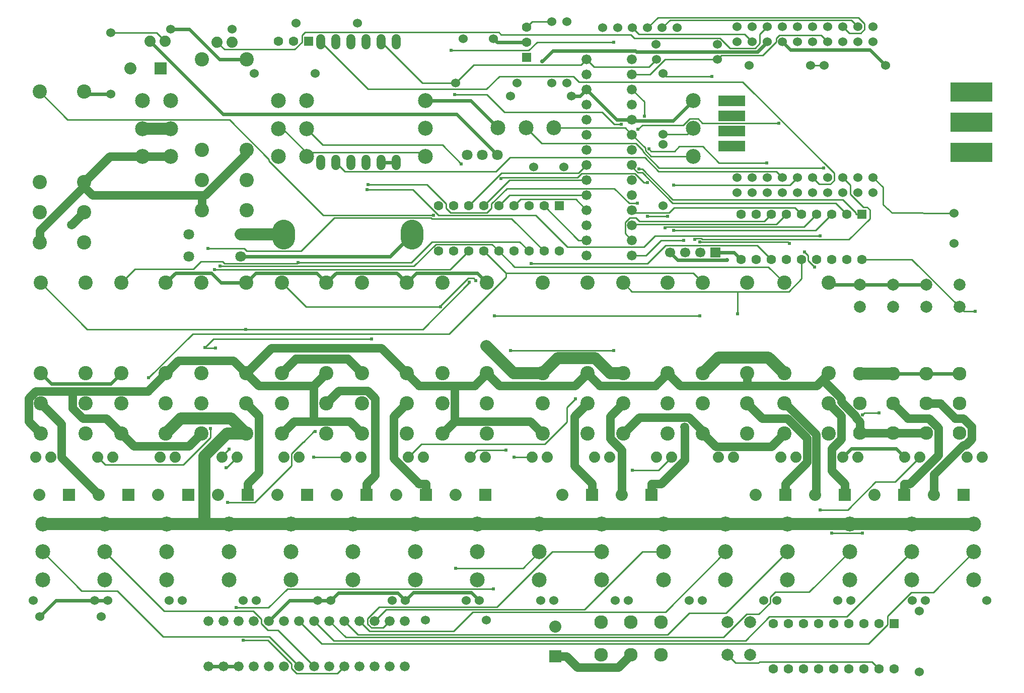
<source format=gtl>
G04 Layer: TopLayer*
G04 EasyEDA v6.5.9, 2022-07-24 10:15:09*
G04 fe253c73351744798c961b15868a372a,02f1792b0bbe455e88b475f65b551f11,10*
G04 Gerber Generator version 0.2*
G04 Scale: 100 percent, Rotated: No, Reflected: No *
G04 Dimensions in millimeters *
G04 leading zeros omitted , absolute positions ,4 integer and 5 decimal *
%FSLAX45Y45*%
%MOMM*%

%ADD10C,0.6000*%
%ADD11C,0.2540*%
%ADD12C,1.4000*%
%ADD13C,2.0000*%
%ADD14C,1.5000*%
%ADD15C,1.5240*%
%ADD16C,2.0320*%
%ADD17C,1.8000*%
%ADD18C,2.3000*%
%ADD19C,2.4000*%
%ADD20C,1.7000*%
%ADD21C,2.5000*%
%ADD22C,1.6000*%
%ADD23R,1.6000X1.6000*%
%ADD24C,1.8796*%
%ADD25C,1.6764*%
%ADD26C,0.6100*%
%ADD27C,1.5000*%
%ADD28C,0.7000*%
%ADD29C,3.8000*%
%ADD30C,0.0111*%

%LPD*%
D10*
X12118593Y-4118610D02*
G01*
X11999975Y-3999992D01*
X11811228Y-3999992D01*
X7842427Y-4512335D02*
G01*
X7677048Y-4346955D01*
X6657035Y-4346955D01*
X6491655Y-4512335D01*
X10281005Y-1764995D02*
G01*
X10297922Y-1781911D01*
X10970285Y-1781911D01*
X11310010Y-1442186D01*
X2439085Y-4512335D02*
G01*
X2604465Y-4346955D01*
X3207867Y-4346955D01*
X3373247Y-4512335D01*
X3789857Y-4512335D01*
X8030006Y-1902205D02*
G01*
X7569987Y-1442186D01*
X6810019Y-1442186D01*
X15230017Y-6042329D02*
G01*
X15788817Y-6042329D01*
X14671217Y-6042329D02*
G01*
X15230017Y-6042329D01*
X14671217Y-4542332D02*
G01*
X15230017Y-4542332D01*
X14112417Y-4542332D02*
G01*
X14671217Y-4542332D01*
X13591717Y-4512335D02*
G01*
X13621715Y-4542332D01*
X14112417Y-4542332D01*
X5140883Y-4512335D02*
G01*
X5306263Y-4346955D01*
X6326276Y-4346955D01*
X6491655Y-4512335D01*
X3789857Y-4512335D02*
G01*
X3955237Y-4346955D01*
X4975504Y-4346955D01*
X5140883Y-4512335D01*
X338302Y-6036335D02*
G01*
X512927Y-6210960D01*
X1514449Y-6210960D01*
X1689074Y-6036335D01*
X14869007Y-7449997D02*
G01*
X14720646Y-7301636D01*
X13973352Y-7301636D01*
X13824991Y-7449997D01*
X3800017Y-753135D02*
G01*
X3341192Y-753135D01*
X2833192Y-245135D01*
X2523007Y-245135D01*
X14545030Y-854989D02*
G01*
X14283385Y-593344D01*
X12948945Y-593344D01*
X12812598Y-456996D01*
X6312001Y-2485999D02*
G01*
X6058001Y-2485999D01*
X11681002Y-3999992D02*
G01*
X11811228Y-3999992D01*
X1515414Y-1332356D02*
G01*
X1107160Y-1332356D01*
X1068298Y-1293495D01*
X7714995Y-9860000D02*
G01*
X7580299Y-9725304D01*
X6599681Y-9725304D01*
X6464985Y-9860000D01*
X6464985Y-9860000D02*
G01*
X6341846Y-9736861D01*
X5338140Y-9736861D01*
X5215000Y-9860000D01*
X4995011Y-9860000D02*
G01*
X5215000Y-9860000D01*
X4174997Y-10208996D02*
G01*
X4523993Y-9860000D01*
X4995011Y-9860000D01*
X324993Y-10130002D02*
G01*
X594995Y-9860000D01*
X1245006Y-9860000D01*
X1245006Y-9860000D02*
G01*
X1464995Y-9860000D01*
X8510015Y-459994D02*
G01*
X8014004Y-459994D01*
X7954009Y-399999D01*
X9519005Y-1256995D02*
G01*
X10027005Y-1764995D01*
X10281005Y-1764995D01*
X9519005Y-1256995D02*
G01*
X9406000Y-1369999D01*
X9265005Y-1369999D01*
X3412997Y-10970996D02*
G01*
X3158997Y-10970996D01*
X3666997Y-10970996D02*
G01*
X3412997Y-10970996D01*
D11*
X5444997Y-10970996D02*
G01*
X5327573Y-11088420D01*
X4637328Y-11088420D01*
X4555997Y-11007089D01*
X4555997Y-10928045D01*
X4156506Y-10528554D01*
X3744340Y-10528554D01*
X3099993Y-5599988D02*
G01*
X3112719Y-5612714D01*
X3277387Y-5612714D01*
X5900013Y-5460009D02*
G01*
X3239968Y-5460009D01*
X3099991Y-5599986D01*
X8970009Y-1902205D02*
G01*
X8970390Y-1902587D01*
X10164597Y-1902587D01*
X10281005Y-2018995D01*
X10281005Y-2018995D02*
G01*
X10503585Y-2241575D01*
X10503585Y-2283866D01*
X10601909Y-2382189D01*
X11310010Y-2382189D01*
X7314996Y-1150010D02*
G01*
X6754012Y-1150010D01*
X6058001Y-453999D01*
X10800003Y-984986D02*
G01*
X10853318Y-1038301D01*
X11620703Y-1038301D01*
X7314996Y-1150010D02*
G01*
X7617713Y-847293D01*
X9420707Y-847293D01*
X9519005Y-748995D01*
X4806162Y-2320823D02*
G01*
X4402531Y-1917192D01*
X4331157Y-1917192D01*
X4806162Y-2387193D02*
G01*
X4806162Y-2320823D01*
X4806162Y-2320823D02*
G01*
X6748652Y-2320823D01*
X6810019Y-2382189D01*
X10689107Y-753135D02*
G01*
X10566247Y-875995D01*
X9646005Y-875995D01*
X9519005Y-748995D01*
X13828598Y-2742996D02*
G01*
X13955598Y-2869996D01*
X13955598Y-3018485D01*
X14173479Y-3236366D01*
X14231747Y-3236366D01*
X14281378Y-3285997D01*
X14281378Y-3434308D01*
X13930579Y-3785107D01*
X11465433Y-3785107D01*
X11443893Y-3763568D01*
X11357102Y-3763568D01*
X11335562Y-3785107D01*
D12*
X1068298Y-3325495D02*
G01*
X857732Y-3536061D01*
X857707Y-3536061D01*
D11*
X16050082Y-4991455D02*
G01*
X15862934Y-4991455D01*
X15788817Y-4917338D01*
X14150593Y-4118610D02*
G01*
X14990089Y-4118610D01*
X15788817Y-4917338D01*
X12052934Y-5032019D02*
G01*
X12052934Y-4663262D01*
X12052934Y-4663262D02*
G01*
X12918008Y-4663262D01*
X13134593Y-4446676D01*
X13134593Y-4118610D01*
X10130764Y-4512335D02*
G01*
X10281691Y-4663262D01*
X12052934Y-4663262D01*
X8583701Y-4186199D02*
G01*
X10539349Y-4186199D01*
X10844834Y-3880713D01*
X12388697Y-3880713D01*
X12626593Y-4118610D01*
X7969910Y-5069027D02*
G01*
X11422176Y-5069027D01*
X8605037Y-7449997D02*
G01*
X8298891Y-7449997D01*
X7657439Y-4474540D02*
G01*
X7619517Y-4436618D01*
X7523657Y-4436618D01*
X7060133Y-4900142D01*
X7060133Y-4918049D01*
X7561021Y-7449997D02*
G01*
X7683093Y-7327925D01*
X8159572Y-7327925D01*
X7060133Y-4918049D02*
G01*
X4796586Y-4918049D01*
X4390872Y-4512335D01*
X3149269Y-3934307D02*
G01*
X3755237Y-3934307D01*
X3799560Y-3978630D01*
X4713859Y-3978630D01*
X5270525Y-3421964D01*
X6903847Y-3421964D01*
X6915861Y-3433978D01*
X8255000Y-3433978D01*
X8802014Y-3980992D01*
X9329013Y-6468465D02*
G01*
X9190329Y-6607149D01*
X9190329Y-6856526D01*
X8816822Y-7230033D01*
X6736994Y-7230033D01*
X6517030Y-7449997D01*
X3782695Y-5295544D02*
G01*
X6765493Y-5295544D01*
X7546644Y-4514392D01*
X7546644Y-4501921D01*
X338302Y-4512335D02*
G01*
X1121511Y-5295544D01*
X3782695Y-5295544D01*
X8040014Y-3980992D02*
G01*
X8303793Y-4244771D01*
X12574143Y-4244771D01*
X12841706Y-4512335D01*
X8040014Y-3980992D02*
G01*
X7922895Y-3863873D01*
X6982333Y-3863873D01*
X6615938Y-4230268D01*
X3353104Y-4230268D01*
X3508044Y-7310170D02*
G01*
X3385007Y-7433208D01*
X3385007Y-7449997D01*
X8158378Y-4353356D02*
G01*
X11311127Y-4353356D01*
X11470106Y-4512335D01*
X7786014Y-3980992D02*
G01*
X8158378Y-4353356D01*
X7532014Y-3980992D02*
G01*
X7224140Y-4288866D01*
X3257041Y-4288866D01*
X1297000Y-7449997D02*
G01*
X1423365Y-7576362D01*
X2730525Y-7576362D01*
X3190747Y-7116140D01*
X3190747Y-6967016D01*
X14042669Y-3356610D02*
G01*
X14042669Y-3329635D01*
X13823340Y-3110306D01*
X10964087Y-3110306D01*
X10451998Y-2598216D01*
X10400588Y-2598216D01*
X14150593Y-3356610D02*
G01*
X14042669Y-3356610D01*
X8722334Y-9040012D02*
G01*
X8446973Y-9315373D01*
X7317384Y-9315373D01*
X10947018Y-7449997D02*
G01*
X10727664Y-7669352D01*
X10284409Y-7669352D01*
D10*
X12558598Y-456996D02*
G01*
X12394006Y-621588D01*
X10352735Y-621588D01*
X10339959Y-608812D01*
X8946286Y-608812D01*
X8770874Y-784225D01*
X2174417Y-448335D02*
G01*
X3403269Y-1677187D01*
X7331202Y-1677187D01*
X8014004Y-2359990D01*
D11*
X15123007Y-7449997D02*
G01*
X14706066Y-7866938D01*
X14377720Y-7866938D01*
X13908227Y-8336432D01*
X13446099Y-8336432D01*
X3639007Y-7449997D02*
G01*
X3462020Y-7626985D01*
X3452088Y-7626985D01*
X6940118Y-3375405D02*
G01*
X5092115Y-3375405D01*
X4178071Y-2461361D01*
X4178071Y-2432837D01*
X3509365Y-1764131D01*
X788923Y-1764131D01*
X318287Y-1293495D01*
X13637945Y-8723096D02*
G01*
X14157274Y-8723096D01*
X13178256Y-3992067D02*
G01*
X13242696Y-4056506D01*
X13242696Y-4138853D01*
X13350875Y-4247032D01*
X3621709Y-9980549D02*
G01*
X4168800Y-9980549D01*
X4486224Y-9663125D01*
X7954238Y-9663125D01*
X10489793Y-1706041D02*
G01*
X10489793Y-1465783D01*
X10281005Y-1256995D01*
X13896593Y-3356610D02*
G01*
X13708481Y-3168497D01*
X10964621Y-3168497D01*
X10452912Y-2656789D01*
X10376331Y-2656789D01*
X10281005Y-2561462D01*
X10281005Y-2526995D01*
X8548014Y-3980992D02*
G01*
X8390102Y-3823080D01*
X6916242Y-3823080D01*
X6569862Y-4169460D01*
X4668900Y-4169460D01*
X5473014Y-7449997D02*
G01*
X4930470Y-7449997D01*
X4668900Y-4169460D02*
G01*
X4648860Y-4189501D01*
X3430143Y-4189501D01*
X3396564Y-4155922D01*
X3027222Y-4155922D01*
X2903626Y-4279519D01*
X1921890Y-4279519D01*
X1689074Y-4512335D01*
X4806162Y-1917192D02*
G01*
X5083429Y-2194458D01*
X7093559Y-2194458D01*
X7408341Y-2509240D01*
X10540593Y-2827324D02*
G01*
X10485602Y-2827324D01*
X10327360Y-2669082D01*
X9434601Y-2669082D01*
X9363481Y-2740202D01*
X8097748Y-2740202D01*
X8078444Y-2759506D01*
X10562158Y-2259609D02*
G01*
X10603484Y-2300935D01*
X10993932Y-2300935D01*
X11077346Y-2217521D01*
X11470233Y-2217521D01*
X11747118Y-2494406D01*
X12551130Y-2494406D01*
X12812598Y-2742996D02*
G01*
X12707416Y-2637815D01*
X10727969Y-2637815D01*
X10496270Y-2406116D01*
X8227136Y-2406116D01*
X7991779Y-2641472D01*
X5451475Y-2641472D01*
X5296001Y-2485999D01*
X10379329Y-1931847D02*
G01*
X10452023Y-1859153D01*
X11142522Y-1859153D01*
X11250472Y-1751203D01*
X11392204Y-1751203D01*
X11463096Y-1822094D01*
X12752628Y-1822094D01*
X7294219Y-1339595D02*
G01*
X7837601Y-1339595D01*
X8136000Y-1637995D01*
X9775494Y-1637995D01*
X9981514Y-1844014D01*
X10098735Y-1844014D01*
X13320598Y-2742996D02*
G01*
X13431570Y-2853969D01*
X13612291Y-2853969D01*
X13678890Y-2787370D01*
X13678890Y-2664663D01*
X12144222Y-1129995D01*
X9390634Y-1129995D01*
X9298965Y-1038326D01*
X8047761Y-1038326D01*
X7831785Y-1254302D01*
X5842304Y-1254302D01*
X5042001Y-453999D01*
D10*
X11874754Y-4130497D02*
G01*
X11049508Y-4130497D01*
X10919002Y-3999992D01*
X3700424Y-4067327D02*
G01*
X6212154Y-4067327D01*
X6579488Y-3699992D01*
D11*
X13515009Y-854989D02*
G01*
X13285012Y-854989D01*
X8500008Y-1902205D02*
G01*
X8758834Y-2161031D01*
X10344327Y-2161031D01*
X10462818Y-2279522D01*
X10462818Y-2300757D01*
X10738535Y-2576474D01*
X13501370Y-2576474D01*
X10800003Y-2015007D02*
G01*
X11207191Y-2015007D01*
X11310010Y-1912188D01*
D12*
X10610189Y-8079994D02*
G01*
X10610189Y-7893177D01*
X11170793Y-6937400D02*
G01*
X11170793Y-7496047D01*
X10773663Y-7893177D01*
X10610189Y-7893177D01*
X10130764Y-6544335D02*
G01*
X9913340Y-6761759D01*
X9913340Y-7136460D01*
X10109809Y-7332929D01*
X10109809Y-8079994D01*
X9610191Y-8079994D02*
G01*
X9610191Y-7893177D01*
X9530003Y-6544335D02*
G01*
X9311386Y-6762953D01*
X9311386Y-7594371D01*
X9610191Y-7893177D01*
D13*
X2522347Y-1917192D02*
G01*
X2047341Y-1917192D01*
D12*
X13484783Y-6143269D02*
G01*
X13797102Y-6455613D01*
X13797102Y-6520179D01*
X14042847Y-6765925D01*
X14042847Y-6783196D01*
X14112417Y-6852767D01*
X14112417Y-7042327D01*
X1068298Y-2899333D02*
G01*
X1053896Y-2899333D01*
X318287Y-3634943D01*
X318287Y-3833495D01*
X2439085Y-6036335D02*
G01*
X2652699Y-5822721D01*
X3576243Y-5822721D01*
X3789857Y-6036335D01*
X9530003Y-6036335D02*
G01*
X9324619Y-6241719D01*
X8047812Y-6241719D01*
X7842427Y-6036335D01*
X6491655Y-6036335D02*
G01*
X6697040Y-6241719D01*
X7300340Y-6241719D01*
X14671217Y-7042327D02*
G01*
X15230017Y-7042327D01*
X14112417Y-7042327D02*
G01*
X14671217Y-7042327D01*
X13484783Y-6143269D02*
G01*
X13385342Y-6242710D01*
X12220117Y-6242710D01*
X13591717Y-6036335D02*
G01*
X13484783Y-6143269D01*
X11470106Y-7052335D02*
G01*
X11470106Y-7009866D01*
X11237264Y-6777024D01*
X10406075Y-6777024D01*
X10130764Y-7052335D01*
X9530003Y-6036335D02*
G01*
X9735388Y-6241719D01*
X10675391Y-6241719D01*
X10880775Y-6036335D01*
X7300340Y-6241719D02*
G01*
X7637043Y-6241719D01*
X7842427Y-6036335D01*
X7300340Y-6844411D02*
G01*
X7300340Y-6241719D01*
X7092416Y-7052335D02*
G01*
X7300340Y-6844411D01*
X7300340Y-6844411D02*
G01*
X8572068Y-6844411D01*
X8779992Y-7052335D01*
X872921Y-6337630D02*
G01*
X253542Y-6337630D01*
X132892Y-6458280D01*
X132892Y-6846925D01*
X338302Y-7052335D01*
X2439085Y-6036335D02*
G01*
X2137790Y-6337630D01*
X872921Y-6337630D01*
X872921Y-6337630D02*
G01*
X872921Y-6622948D01*
X1048308Y-6798335D01*
X1435074Y-6798335D01*
X1689074Y-7052335D01*
X4928514Y-6845960D02*
G01*
X5535269Y-6845960D01*
X5741644Y-7052335D01*
X4390872Y-7052335D02*
G01*
X4597247Y-6845960D01*
X4928514Y-6845960D01*
X4928514Y-6248704D02*
G01*
X4928514Y-6845960D01*
X4928514Y-6248704D02*
G01*
X5140883Y-6036335D01*
X3789857Y-6036335D02*
G01*
X4002227Y-6248704D01*
X4928514Y-6248704D01*
X3039846Y-7052335D02*
G01*
X2828010Y-7264171D01*
X1900910Y-7264171D01*
X1689074Y-7052335D01*
X12220117Y-6242710D02*
G01*
X11087150Y-6242710D01*
X10880775Y-6036335D01*
X12220117Y-6036335D02*
G01*
X12220117Y-6242710D01*
X12841706Y-7052335D02*
G01*
X12623418Y-7270622D01*
X11688394Y-7270622D01*
X11470106Y-7052335D01*
X3050006Y-3039135D02*
G01*
X1208100Y-3039135D01*
X1068298Y-2899333D01*
X3800017Y-2277135D02*
G01*
X3800017Y-2336012D01*
X3096895Y-3039135D01*
X3050006Y-3039135D01*
X3050006Y-3039135D02*
G01*
X3050006Y-3293135D01*
X1068298Y-2817495D02*
G01*
X1068298Y-2899333D01*
X2047341Y-2387193D02*
G01*
X1498600Y-2387193D01*
X1068298Y-2817495D01*
X2522347Y-2387193D02*
G01*
X2047341Y-2387193D01*
D11*
X14158722Y-6735216D02*
G01*
X14193697Y-6700240D01*
X14434032Y-6700240D01*
X10281005Y-4050995D02*
G01*
X10519435Y-4050995D01*
X10771047Y-3799382D01*
X11151387Y-3799382D01*
X12304598Y-456996D02*
G01*
X12177750Y-330149D01*
X10400131Y-330149D01*
X10289717Y-219735D01*
X4950104Y-7019848D02*
G01*
X4924348Y-7019848D01*
X4754219Y-7189978D01*
X4747107Y-7189978D01*
X4712792Y-7224293D01*
X4712792Y-7231405D01*
X4556023Y-7388174D01*
X4556023Y-7593304D01*
X3939666Y-8209661D01*
X3481933Y-8209661D01*
X9977704Y-462254D02*
G01*
X8683269Y-462254D01*
X8544153Y-601370D01*
X7239584Y-601370D01*
X11719128Y-753135D02*
G01*
X10836605Y-753135D01*
X10586745Y-1002995D01*
X10281005Y-1002995D01*
X11719128Y-753135D02*
G01*
X11788393Y-683869D01*
X12481458Y-683869D01*
X12708305Y-457022D01*
X12708305Y-393496D01*
X12755930Y-345871D01*
X13463473Y-345871D01*
X13574598Y-456996D01*
D12*
X5815685Y-8079994D02*
G01*
X5815685Y-7893177D01*
X5140883Y-6544335D02*
G01*
X5351906Y-6333312D01*
X5831840Y-6333312D01*
X5959398Y-6460870D01*
X5959398Y-7749463D01*
X5815685Y-7893177D01*
D11*
X13448588Y-3722801D02*
G01*
X10666882Y-3722801D01*
X10479557Y-3910126D01*
X9195282Y-3910126D01*
X8661781Y-3376625D01*
X7026503Y-3376625D01*
X6595084Y-2945206D01*
X5826125Y-2945206D01*
X13828598Y-202996D02*
G01*
X13932890Y-307289D01*
X14127429Y-307289D01*
X14193799Y-240919D01*
X14193799Y-146100D01*
X14092326Y-44627D01*
X10714812Y-44627D01*
X10539704Y-219735D01*
D13*
X3701618Y-3699535D02*
G01*
X3702075Y-3699992D01*
X4420488Y-3699992D01*
D11*
X3304082Y-461035D02*
G01*
X3427425Y-584377D01*
X4605629Y-584377D01*
X4728819Y-461187D01*
X4728819Y-347345D01*
X4780457Y-295706D01*
X8039912Y-295706D01*
X8077200Y-332994D01*
X10259695Y-332994D01*
X10320096Y-393395D01*
X11756745Y-393395D01*
X11926849Y-563498D01*
X12351283Y-563498D01*
X12431598Y-483184D01*
X12431598Y-329996D01*
X12558598Y-202996D01*
D12*
X6815709Y-8079994D02*
G01*
X6815709Y-7893177D01*
X6491655Y-6544335D02*
G01*
X6273393Y-6762597D01*
X6273393Y-7467625D01*
X6698945Y-7893177D01*
X6815709Y-7893177D01*
X338302Y-6544335D02*
G01*
X686358Y-6892391D01*
X686358Y-7451039D01*
X1315313Y-8079994D01*
X12841706Y-6544335D02*
G01*
X12858546Y-6544335D01*
X13377545Y-7063333D01*
X13377545Y-8062264D01*
X13359815Y-8079994D01*
X12860197Y-8079994D02*
G01*
X12860197Y-7893177D01*
X12220117Y-6544335D02*
G01*
X12474117Y-6798335D01*
X12892760Y-6798335D01*
X13222147Y-7127722D01*
X13222147Y-7531227D01*
X12860197Y-7893177D01*
X8989999Y-10800206D02*
G01*
X9176816Y-10800206D01*
X10265409Y-10773003D02*
G01*
X10052354Y-10986058D01*
X9362668Y-10986058D01*
X9176816Y-10800206D01*
D11*
X14432000Y-11011001D02*
G01*
X14314652Y-10893653D01*
X12423393Y-10893653D01*
X12409754Y-10907293D01*
X12024690Y-10907293D01*
X11890400Y-10773003D01*
X7532014Y-3218992D02*
G01*
X8084083Y-2666923D01*
X9379077Y-2666923D01*
X9519005Y-2526995D01*
X9519005Y-2780995D02*
G01*
X8224011Y-2780995D01*
X7786014Y-3218992D01*
X9519005Y-3034995D02*
G01*
X8224011Y-3034995D01*
X8040014Y-3218992D01*
X9519005Y-3288995D02*
G01*
X9335490Y-3105480D01*
X8407527Y-3105480D01*
X8294014Y-3218992D01*
X9519005Y-3796995D02*
G01*
X9380016Y-3796995D01*
X8802014Y-3218992D01*
X10281005Y-3796995D02*
G01*
X10166527Y-3682517D01*
X10166527Y-3495395D01*
X10244556Y-3417366D01*
X10345572Y-3417366D01*
X10405922Y-3477717D01*
X12505486Y-3477717D01*
X12626593Y-3356610D01*
X13134593Y-3356610D02*
G01*
X13024383Y-3246399D01*
X10992942Y-3246399D01*
X10907598Y-3331743D01*
X10323753Y-3331743D01*
X10281005Y-3288995D01*
X13388593Y-3356610D02*
G01*
X13175691Y-3569512D01*
X10857941Y-3569512D01*
X10836732Y-3590721D01*
X13642593Y-3356610D02*
G01*
X13368527Y-3630676D01*
X10982096Y-3630676D01*
X16031133Y-9039987D02*
G01*
X15347619Y-9723501D01*
X14975560Y-9723501D01*
X14577898Y-10121163D01*
X14577898Y-10268635D01*
X14256537Y-10589996D01*
X5063997Y-10589996D01*
X4682997Y-10208996D01*
X14987016Y-9040012D02*
G01*
X13892402Y-10134625D01*
X12590068Y-10134625D01*
X12187986Y-10536707D01*
X5264708Y-10536707D01*
X4936997Y-10208996D01*
X13942898Y-9040012D02*
G01*
X13261949Y-9720961D01*
X12688620Y-9720961D01*
X12605004Y-9804577D01*
X12605004Y-9904425D01*
X12415596Y-10093833D01*
X12205411Y-10093833D01*
X11815825Y-10483418D01*
X5465419Y-10483418D01*
X5190997Y-10208996D01*
X12898805Y-9040012D02*
G01*
X11865432Y-10073386D01*
X11241735Y-10073386D01*
X10882147Y-10432973D01*
X5668975Y-10432973D01*
X5444997Y-10208996D01*
X11854688Y-9040012D02*
G01*
X10841761Y-10052938D01*
X7605598Y-10052938D01*
X7277531Y-10381005D01*
X5871006Y-10381005D01*
X5698997Y-10208996D01*
X5952997Y-10208996D02*
G01*
X6149847Y-10012146D01*
X9480880Y-10012146D01*
X10453014Y-9040012D01*
X10810570Y-9040012D01*
X6206997Y-10208996D02*
G01*
X6094653Y-10321340D01*
X5898108Y-10321340D01*
X5831992Y-10255224D01*
X5831992Y-10165994D01*
X6026632Y-9971354D01*
X8007502Y-9971354D01*
X8938844Y-9040012D01*
X9766452Y-9040012D01*
X1413560Y-9040012D02*
G01*
X2412669Y-10039121D01*
X3915054Y-10039121D01*
X4047997Y-10172064D01*
X4047997Y-10247045D01*
X4159758Y-10358805D01*
X4324807Y-10358805D01*
X4936997Y-10970996D01*
X4682997Y-10970996D02*
G01*
X4179366Y-10467365D01*
X2395220Y-10467365D01*
X1624914Y-9697059D01*
X1026490Y-9697059D01*
X369443Y-9040012D01*
X2428417Y-448335D02*
G01*
X2282418Y-302336D01*
X1515414Y-302336D01*
X8930004Y-114985D02*
G01*
X8601024Y-114985D01*
X8510015Y-205994D01*
X12880593Y-3356610D02*
G01*
X12708458Y-3528745D01*
X10295254Y-3528745D01*
X10281005Y-3542995D01*
D12*
X3815689Y-8079994D02*
G01*
X3815689Y-7893177D01*
X3789857Y-6544335D02*
G01*
X4002506Y-6756984D01*
X4002506Y-7706360D01*
X3815689Y-7893177D01*
X13860195Y-8079994D02*
G01*
X13860195Y-7893177D01*
X13591717Y-6544335D02*
G01*
X13797711Y-6750329D01*
X13797711Y-7146823D01*
X13640892Y-7303643D01*
X13640892Y-7673873D01*
X13860195Y-7893177D01*
X15230017Y-6542328D02*
G01*
X15465653Y-6542328D01*
X15715640Y-6792315D01*
X15852444Y-6792315D01*
X15989274Y-6929145D01*
X15989274Y-7142530D01*
X15889071Y-7242733D01*
X15856432Y-7242733D01*
X15359811Y-7739354D01*
X15359811Y-8079994D01*
D11*
X10789716Y-219735D02*
G01*
X10921771Y-87680D01*
X13967282Y-87680D01*
X14082598Y-202996D01*
X5840602Y-2862834D02*
G01*
X6832447Y-2862834D01*
X7151014Y-3181400D01*
X7151014Y-3254273D01*
X7227011Y-3330270D01*
X7836433Y-3330270D01*
X7913014Y-3253689D01*
X7913014Y-3185032D01*
X8175116Y-2922930D01*
X9985806Y-2922930D01*
X10239247Y-3176371D01*
X10375061Y-3176371D01*
X13066598Y-2742996D02*
G01*
X12939598Y-2869996D01*
X10984941Y-2869996D01*
X10542879Y-3390315D02*
G01*
X10881233Y-3390315D01*
D12*
X14860193Y-8079994D02*
G01*
X14860193Y-7893177D01*
X14671217Y-6542328D02*
G01*
X14921229Y-6792340D01*
X15270606Y-6792340D01*
X15434919Y-6956653D01*
X15434919Y-7411846D01*
X14953589Y-7893177D01*
X14860193Y-7893177D01*
D11*
X11419611Y-3822141D02*
G01*
X11423370Y-3825900D01*
X12905003Y-3825900D01*
X12926237Y-3847134D01*
X2148077Y-6114287D02*
G01*
X2892552Y-5370068D01*
X7208774Y-5370068D01*
X8158479Y-4420362D01*
X8158479Y-4353305D01*
D12*
X3789934Y-6036310D02*
G01*
X4216145Y-5610097D01*
X6065265Y-5610097D01*
X6491731Y-6036310D01*
D14*
X4390897Y-6036310D02*
G01*
X4627118Y-5800089D01*
X5505195Y-5800089D01*
X5741670Y-6036310D01*
D13*
X3789934Y-7052310D02*
G01*
X3537458Y-6800087D01*
X2691384Y-6800087D01*
X2439161Y-7052310D01*
D11*
X8240019Y-5649998D02*
G01*
X9970008Y-5649998D01*
X9970008Y-5650001D01*
D13*
X8780018Y-6036310D02*
G01*
X9036304Y-5780023D01*
X9659874Y-5780023D01*
X9916413Y-6036310D01*
X10130790Y-6036310D01*
X8779992Y-6036335D02*
G01*
X8285403Y-6036335D01*
X7828203Y-5579135D01*
X11470131Y-6036310D02*
G01*
X11736324Y-5770118D01*
X12575286Y-5770118D01*
X12841731Y-6036310D01*
X14112417Y-6042329D02*
G01*
X14671217Y-6042329D01*
X14987016Y-8570010D02*
G01*
X16031108Y-8570010D01*
X16031133Y-8569985D01*
X13942898Y-8570010D02*
G01*
X14987016Y-8570010D01*
X12898805Y-8570010D02*
G01*
X13942898Y-8570010D01*
X11854688Y-8570010D02*
G01*
X12898805Y-8570010D01*
X10810570Y-8570010D02*
G01*
X11854688Y-8570010D01*
X9766452Y-8570010D02*
G01*
X10810570Y-8570010D01*
X8722334Y-8570010D02*
G01*
X9766452Y-8570010D01*
X7678242Y-8570010D02*
G01*
X8722334Y-8570010D01*
X6634124Y-8570010D02*
G01*
X7678242Y-8570010D01*
X5590006Y-8570010D02*
G01*
X6634124Y-8570010D01*
X4545888Y-8570010D02*
G01*
X5590006Y-8570010D01*
X3501770Y-8570010D02*
G01*
X4545888Y-8570010D01*
X2457678Y-8570010D02*
G01*
X3501770Y-8570010D01*
X1413560Y-8570010D02*
G01*
X2457678Y-8570010D01*
X369443Y-8570010D02*
G01*
X1413560Y-8570010D01*
X3789845Y-7052337D02*
G01*
X3467666Y-7052337D01*
X3090001Y-7430002D01*
X3090001Y-8570010D01*
D11*
X14336522Y-2742945D02*
G01*
X14500097Y-2899918D01*
X14500001Y-3200001D01*
X14651736Y-3331971D01*
X15699993Y-3345942D01*
D15*
G01*
X15699993Y-3345942D03*
G01*
X15699993Y-3853942D03*
G01*
X7446009Y-399999D03*
G01*
X7954009Y-399999D03*
G01*
X8626017Y-2560015D03*
G01*
X9134017Y-2560015D03*
G01*
X11039703Y-219735D03*
G01*
X10789716Y-219735D03*
G01*
X10539704Y-219735D03*
G01*
X10289717Y-219735D03*
G01*
X10039705Y-219735D03*
G01*
X9789718Y-219735D03*
G01*
X14336598Y-456996D03*
G01*
X14336598Y-2742996D03*
G01*
X14082598Y-456996D03*
G01*
X14082598Y-2742996D03*
G01*
X13828598Y-456996D03*
G01*
X13828598Y-2742996D03*
G01*
X13574598Y-456996D03*
G01*
X13574598Y-2742996D03*
G01*
X13320598Y-456996D03*
G01*
X13066598Y-456996D03*
G01*
X12812598Y-456996D03*
G01*
X12558598Y-456996D03*
G01*
X12558598Y-2742996D03*
G01*
X12812598Y-2742996D03*
G01*
X13066598Y-2742996D03*
G01*
X13320598Y-2742996D03*
G01*
X14336598Y-2996996D03*
G01*
X14082598Y-2996996D03*
G01*
X13828598Y-2996996D03*
G01*
X13574598Y-2996996D03*
G01*
X13320598Y-2996996D03*
G01*
X13066598Y-2996996D03*
G01*
X12812598Y-2996996D03*
G01*
X12558598Y-2996996D03*
G01*
X14336598Y-202996D03*
G01*
X14082598Y-202996D03*
G01*
X13828598Y-202996D03*
G01*
X13574598Y-202996D03*
G01*
X13320598Y-202996D03*
G01*
X13066598Y-202996D03*
G01*
X12812598Y-202996D03*
G01*
X12558598Y-202996D03*
G01*
X12304598Y-2996996D03*
G01*
X12304598Y-2742996D03*
G01*
X12304598Y-202996D03*
G01*
X12304598Y-456996D03*
G01*
X12050598Y-2996996D03*
G01*
X12050598Y-2742996D03*
G01*
X12050598Y-202996D03*
G01*
X12050598Y-456996D03*
G36*
X15888408Y-1208211D02*
G01*
X15888408Y-1411411D01*
X16091608Y-1411411D01*
X16091608Y-1208211D01*
G37*
D16*
G01*
X15990011Y-1810181D03*
G36*
X15961799Y-7978404D02*
G01*
X15758599Y-7978404D01*
X15758599Y-8181604D01*
X15961799Y-8181604D01*
G37*
G01*
X15359811Y-8079994D03*
G36*
X14961801Y-7978404D02*
G01*
X14758601Y-7978404D01*
X14758601Y-8181604D01*
X14961801Y-8181604D01*
G37*
G01*
X14359813Y-8079994D03*
G36*
X10711799Y-7978404D02*
G01*
X10508599Y-7978404D01*
X10508599Y-8181604D01*
X10711799Y-8181604D01*
G37*
G01*
X10109809Y-8079994D03*
G36*
X9711799Y-7978404D02*
G01*
X9508599Y-7978404D01*
X9508599Y-8181604D01*
X9711799Y-8181604D01*
G37*
G01*
X9109811Y-8079994D03*
G36*
X7917299Y-7978404D02*
G01*
X7714099Y-7978404D01*
X7714099Y-8181604D01*
X7917299Y-8181604D01*
G37*
G01*
X7315327Y-8079994D03*
G36*
X6917298Y-7978404D02*
G01*
X6714098Y-7978404D01*
X6714098Y-8181604D01*
X6917298Y-8181604D01*
G37*
G01*
X6315329Y-8079994D03*
G36*
X5917298Y-7978404D02*
G01*
X5714098Y-7978404D01*
X5714098Y-8181604D01*
X5917298Y-8181604D01*
G37*
G01*
X5315305Y-8079994D03*
G36*
X3917299Y-7978404D02*
G01*
X3714099Y-7978404D01*
X3714099Y-8181604D01*
X3917299Y-8181604D01*
G37*
G01*
X3315309Y-8079994D03*
G36*
X2917299Y-7978404D02*
G01*
X2714099Y-7978404D01*
X2714099Y-8181604D01*
X2917299Y-8181604D01*
G37*
G01*
X2315311Y-8079994D03*
G36*
X1917298Y-7978404D02*
G01*
X1714098Y-7978404D01*
X1714098Y-8181604D01*
X1917298Y-8181604D01*
G37*
G01*
X1315313Y-8079994D03*
G36*
X13961800Y-7978404D02*
G01*
X13758600Y-7978404D01*
X13758600Y-8181604D01*
X13961800Y-8181604D01*
G37*
G01*
X13359815Y-8079994D03*
G36*
X12961800Y-7978404D02*
G01*
X12758600Y-7978404D01*
X12758600Y-8181604D01*
X12961800Y-8181604D01*
G37*
G01*
X12359817Y-8079994D03*
G36*
X4917300Y-7978404D02*
G01*
X4714100Y-7978404D01*
X4714100Y-8181604D01*
X4917300Y-8181604D01*
G37*
G01*
X4315307Y-8079994D03*
G36*
X917298Y-7978404D02*
G01*
X714098Y-7978404D01*
X714098Y-8181604D01*
X917298Y-8181604D01*
G37*
G01*
X315315Y-8079994D03*
G36*
X2451790Y-798400D02*
G01*
X2248590Y-798400D01*
X2248590Y-1001600D01*
X2451790Y-1001600D01*
G37*
G01*
X1849805Y-899998D03*
D17*
G01*
X3700424Y-4067327D03*
G01*
X2830423Y-4067327D03*
G01*
X3701618Y-3699535D03*
G01*
X2831617Y-3699535D03*
D18*
G01*
X15788817Y-7042327D03*
G01*
X15788817Y-6542328D03*
G01*
X15788817Y-6042329D03*
D13*
G01*
X15788817Y-4917338D03*
G01*
X15788817Y-4542332D03*
D18*
G01*
X15230017Y-7042327D03*
G01*
X15230017Y-6542328D03*
G01*
X15230017Y-6042329D03*
D13*
G01*
X15230017Y-4917338D03*
G01*
X15230017Y-4542332D03*
D18*
G01*
X14671217Y-7042327D03*
G01*
X14671217Y-6542328D03*
G01*
X14671217Y-6042329D03*
D13*
G01*
X14671217Y-4917338D03*
G01*
X14671217Y-4542332D03*
D18*
G01*
X14112417Y-7042327D03*
G01*
X14112417Y-6542328D03*
G01*
X14112417Y-6042329D03*
D13*
G01*
X14112417Y-4917338D03*
G01*
X14112417Y-4542332D03*
D17*
G01*
X7506004Y-2359990D03*
G01*
X7760004Y-2359990D03*
G01*
X8014004Y-2359990D03*
D19*
G01*
X10880775Y-4512335D03*
G01*
X10880775Y-6036335D03*
G01*
X10880775Y-6544335D03*
G01*
X10880775Y-7052335D03*
G01*
X10130764Y-7052335D03*
G01*
X10130764Y-6544335D03*
G01*
X10130764Y-6036335D03*
G01*
X10130764Y-4512335D03*
G01*
X9530003Y-4512335D03*
G01*
X9530003Y-6036335D03*
G01*
X9530003Y-6544335D03*
G01*
X9530003Y-7052335D03*
G01*
X8779992Y-7052335D03*
G01*
X8779992Y-6544335D03*
G01*
X8779992Y-6036335D03*
G01*
X8779992Y-4512335D03*
G01*
X7842427Y-4512335D03*
G01*
X7842427Y-6036335D03*
G01*
X7842427Y-6544335D03*
G01*
X7842427Y-7052335D03*
G01*
X7092416Y-7052335D03*
G01*
X7092416Y-6544335D03*
G01*
X7092416Y-6036335D03*
G01*
X7092416Y-4512335D03*
G01*
X6491655Y-4512335D03*
G01*
X6491655Y-6036335D03*
G01*
X6491655Y-6544335D03*
G01*
X6491655Y-7052335D03*
G01*
X5741644Y-7052335D03*
G01*
X5741644Y-6544335D03*
G01*
X5741644Y-6036335D03*
G01*
X5741644Y-4512335D03*
G01*
X5140883Y-4512335D03*
G01*
X5140883Y-6036335D03*
G01*
X5140883Y-6544335D03*
G01*
X5140883Y-7052335D03*
G01*
X4390847Y-7052335D03*
G01*
X4390847Y-6544335D03*
G01*
X4390847Y-6036335D03*
G01*
X4390847Y-4512335D03*
G01*
X3789857Y-4512335D03*
G01*
X3789857Y-6036335D03*
G01*
X3789857Y-6544335D03*
G01*
X3789857Y-7052335D03*
G01*
X3039846Y-7052335D03*
G01*
X3039846Y-6544335D03*
G01*
X3039846Y-6036335D03*
G01*
X3039846Y-4512335D03*
G01*
X2439085Y-4512335D03*
G01*
X2439085Y-6036335D03*
G01*
X2439085Y-6544335D03*
G01*
X2439085Y-7052335D03*
G01*
X1689074Y-7052335D03*
G01*
X1689074Y-6544335D03*
G01*
X1689074Y-6036335D03*
G01*
X1689074Y-4512335D03*
G01*
X1088313Y-4512335D03*
G01*
X1088313Y-6036335D03*
G01*
X1088313Y-6544335D03*
G01*
X1088313Y-7052335D03*
G01*
X338302Y-7052335D03*
G01*
X338302Y-6544335D03*
G01*
X338302Y-6036335D03*
G01*
X338302Y-4512335D03*
G01*
X13591717Y-4512335D03*
G01*
X13591717Y-6036335D03*
G01*
X13591717Y-6544335D03*
G01*
X13591717Y-7052335D03*
G01*
X12841706Y-7052335D03*
G01*
X12841706Y-6544335D03*
G01*
X12841706Y-6036335D03*
G01*
X12841706Y-4512335D03*
G01*
X12220117Y-4512335D03*
G01*
X12220117Y-6036335D03*
G01*
X12220117Y-6544335D03*
G01*
X12220117Y-7052335D03*
G01*
X11470106Y-7052335D03*
G01*
X11470106Y-6544335D03*
G01*
X11470106Y-6036335D03*
G01*
X11470106Y-4512335D03*
G01*
X3800017Y-753135D03*
G01*
X3800017Y-2277135D03*
G01*
X3800017Y-2785135D03*
G01*
X3800017Y-3293135D03*
G01*
X3050006Y-3293135D03*
G01*
X3050006Y-2785135D03*
G01*
X3050006Y-2277135D03*
G01*
X3050006Y-753135D03*
G01*
X1068298Y-1293495D03*
G01*
X1068298Y-2817495D03*
G01*
X1068298Y-3325495D03*
G01*
X1068298Y-3833495D03*
G01*
X318287Y-3833495D03*
G01*
X318287Y-3325495D03*
G01*
X318287Y-2817495D03*
G01*
X318287Y-1293495D03*
G36*
X11766001Y-3914998D02*
G01*
X11595999Y-3914998D01*
X11595999Y-4085000D01*
X11766001Y-4085000D01*
G37*
D20*
G01*
X11427002Y-3999992D03*
G01*
X11173002Y-3999992D03*
G01*
X10919002Y-3999992D03*
G36*
X9091604Y-10901796D02*
G01*
X9091604Y-10698596D01*
X8888404Y-10698596D01*
X8888404Y-10901796D01*
G37*
D16*
G01*
X8989999Y-10299827D03*
D18*
G01*
X9765436Y-10223017D03*
G01*
X10265435Y-10223017D03*
G01*
X10765434Y-10223017D03*
D13*
G01*
X11890425Y-10223017D03*
G01*
X12265431Y-10223017D03*
D18*
G01*
X9765411Y-10773003D03*
G01*
X10265409Y-10773003D03*
G01*
X10765409Y-10773003D03*
D13*
G01*
X11890400Y-10773003D03*
G01*
X12265406Y-10773003D03*
D15*
G01*
X12254991Y-855014D03*
G01*
X13285012Y-855014D03*
G01*
X13515009Y-855014D03*
G01*
X14545030Y-855014D03*
D21*
G01*
X6810019Y-1442186D03*
G01*
X6810019Y-1912188D03*
G01*
X6810019Y-2382189D03*
D22*
G01*
X14686000Y-11011001D03*
G01*
X14432000Y-11011001D03*
G01*
X14178000Y-11011001D03*
G01*
X13924000Y-11011001D03*
G01*
X13670000Y-11011001D03*
G01*
X13416000Y-11011001D03*
G01*
X13162000Y-11011001D03*
G01*
X12908000Y-11011001D03*
G01*
X12654000Y-11011001D03*
G01*
X12654000Y-10249001D03*
G01*
X12908000Y-10249001D03*
G01*
X13162000Y-10249001D03*
G01*
X13416000Y-10249001D03*
G01*
X13670000Y-10249001D03*
G01*
X13924000Y-10249001D03*
G01*
X14178000Y-10249001D03*
G01*
X14432000Y-10249001D03*
D23*
G01*
X14686000Y-10249001D03*
D21*
G01*
X2047341Y-1447190D03*
G01*
X2047341Y-1917192D03*
G01*
X2047341Y-2387193D03*
G01*
X2522347Y-1917192D03*
G01*
X2522347Y-2387193D03*
G01*
X2522347Y-1447190D03*
G01*
X4331157Y-1447190D03*
G01*
X4331157Y-1917192D03*
G01*
X4331157Y-2387193D03*
G01*
X4806162Y-1917192D03*
G01*
X4806162Y-2387193D03*
G01*
X4806162Y-1447190D03*
G36*
X11735000Y-1359999D02*
G01*
X12185002Y-1359999D01*
X12185002Y-1539999D01*
X11735000Y-1539999D01*
G37*
G36*
X11735000Y-1613999D02*
G01*
X12185002Y-1613999D01*
X12185002Y-1793999D01*
X11735000Y-1793999D01*
G37*
G36*
X11735000Y-1867999D02*
G01*
X12185002Y-1867999D01*
X12185002Y-2047999D01*
X11735000Y-2047999D01*
G37*
G36*
X11735000Y-2121999D02*
G01*
X12185002Y-2121999D01*
X12185002Y-2301999D01*
X11735000Y-2301999D01*
G37*
G36*
X15641007Y-1144000D02*
G01*
X16341006Y-1144000D01*
X16341006Y-1464000D01*
X15641007Y-1464000D01*
G37*
G36*
X15641007Y-1652000D02*
G01*
X16341006Y-1652000D01*
X16341006Y-1972000D01*
X15641007Y-1972000D01*
G37*
G36*
X15641007Y-2160000D02*
G01*
X16341006Y-2160000D01*
X16341006Y-2480000D01*
X15641007Y-2480000D01*
G37*
D22*
G01*
X9056014Y-3980992D03*
G01*
X8802014Y-3980992D03*
G01*
X8548014Y-3980992D03*
G01*
X8294014Y-3980992D03*
G01*
X8040014Y-3980992D03*
G01*
X7786014Y-3980992D03*
G01*
X7532014Y-3980992D03*
G01*
X7278014Y-3980992D03*
G01*
X7024014Y-3980992D03*
G01*
X7024014Y-3218992D03*
G01*
X7278014Y-3218992D03*
G01*
X7532014Y-3218992D03*
G01*
X7786014Y-3218992D03*
G01*
X8040014Y-3218992D03*
G01*
X8294014Y-3218992D03*
G01*
X8548014Y-3218992D03*
G01*
X8802014Y-3218992D03*
D23*
G01*
X9056014Y-3218992D03*
D22*
G01*
X14150593Y-4118610D03*
G01*
X13896593Y-4118610D03*
G01*
X13642593Y-4118610D03*
G01*
X13388593Y-4118610D03*
G01*
X13134593Y-4118610D03*
G01*
X12880593Y-4118610D03*
G01*
X12626593Y-4118610D03*
G01*
X12372593Y-4118610D03*
G01*
X12118593Y-4118610D03*
G01*
X12118593Y-3356610D03*
G01*
X12372593Y-3356610D03*
G01*
X12626593Y-3356610D03*
G01*
X12880593Y-3356610D03*
G01*
X13134593Y-3356610D03*
G01*
X13388593Y-3356610D03*
G01*
X13642593Y-3356610D03*
G01*
X13896593Y-3356610D03*
D23*
G01*
X14150593Y-3356610D03*
D21*
G01*
X16031133Y-8570010D03*
G01*
X16031133Y-9040012D03*
G01*
X16031133Y-9510013D03*
G01*
X14987016Y-8570010D03*
G01*
X14987016Y-9040012D03*
G01*
X14987016Y-9510013D03*
G01*
X13942898Y-8570010D03*
G01*
X13942898Y-9040012D03*
G01*
X13942898Y-9510013D03*
G01*
X12898805Y-8570010D03*
G01*
X12898805Y-9040012D03*
G01*
X12898805Y-9510013D03*
G01*
X11854688Y-8570010D03*
G01*
X11854688Y-9040012D03*
G01*
X11854688Y-9510013D03*
G01*
X10810570Y-8570010D03*
G01*
X10810570Y-9040012D03*
G01*
X10810570Y-9510013D03*
G01*
X9766452Y-8570010D03*
G01*
X9766452Y-9040012D03*
G01*
X9766452Y-9510013D03*
G01*
X8722334Y-8570010D03*
G01*
X8722334Y-9040012D03*
G01*
X8722334Y-9510013D03*
G01*
X7678242Y-8570010D03*
G01*
X7678242Y-9040012D03*
G01*
X7678242Y-9510013D03*
G01*
X6634124Y-8570010D03*
G01*
X6634124Y-9040012D03*
G01*
X6634124Y-9510013D03*
G01*
X5590006Y-8570010D03*
G01*
X5590006Y-9040012D03*
G01*
X5590006Y-9510013D03*
G01*
X4545888Y-8570010D03*
G01*
X4545888Y-9040012D03*
G01*
X4545888Y-9510013D03*
G01*
X3501770Y-8570010D03*
G01*
X3501770Y-9040012D03*
G01*
X3501770Y-9510013D03*
G01*
X2457678Y-8570010D03*
G01*
X2457678Y-9040012D03*
G01*
X2457678Y-9510013D03*
G01*
X1413560Y-8570010D03*
G01*
X1413560Y-9040012D03*
G01*
X1413560Y-9510013D03*
G01*
X369443Y-8570010D03*
G01*
X369443Y-9040012D03*
G01*
X369443Y-9510013D03*
D15*
G01*
X10684992Y-499998D03*
G01*
X11715013Y-499998D03*
G01*
X11719128Y-753135D03*
G01*
X10689107Y-753135D03*
G01*
X1515414Y-1332356D03*
G01*
X1515414Y-302336D03*
G01*
X16245027Y-9860000D03*
G01*
X15215006Y-9860000D03*
G01*
X11465001Y-9860000D03*
G01*
X12495022Y-9860000D03*
G01*
X10214990Y-9860000D03*
G01*
X11245011Y-9860000D03*
G01*
X9995027Y-9860000D03*
G01*
X8965006Y-9860000D03*
G01*
X8745016Y-9860000D03*
G01*
X7714995Y-9860000D03*
G01*
X7835011Y-10189997D03*
G01*
X6804990Y-10189997D03*
G01*
X7495006Y-9860000D03*
G01*
X6464985Y-9860000D03*
G01*
X6245021Y-9860000D03*
G01*
X5215000Y-9860000D03*
G01*
X3964990Y-9860000D03*
G01*
X4995011Y-9860000D03*
G01*
X2714980Y-9860000D03*
G01*
X3745001Y-9860000D03*
G01*
X2495016Y-9860000D03*
G01*
X1464995Y-9860000D03*
G01*
X1355013Y-10130002D03*
G01*
X324993Y-10130002D03*
G01*
X214985Y-9860000D03*
G01*
X1245006Y-9860000D03*
D24*
G01*
X2174417Y-448335D03*
G01*
X2428417Y-448335D03*
G01*
X15912998Y-7450023D03*
G01*
X16166998Y-7450023D03*
G01*
X11737035Y-7449997D03*
G01*
X11991035Y-7449997D03*
G01*
X10693018Y-7449997D03*
G01*
X10947018Y-7449997D03*
G01*
X9649028Y-7449997D03*
G01*
X9903028Y-7449997D03*
G01*
X8605037Y-7449997D03*
G01*
X8859037Y-7449997D03*
G01*
X7561021Y-7449997D03*
G01*
X7815021Y-7449997D03*
G01*
X6517030Y-7449997D03*
G01*
X6771030Y-7449997D03*
G01*
X5473014Y-7449997D03*
G01*
X5727014Y-7449997D03*
G01*
X4429023Y-7449997D03*
G01*
X4683023Y-7449997D03*
G01*
X3385007Y-7449997D03*
G01*
X3639007Y-7449997D03*
G01*
X2340990Y-7449997D03*
G01*
X2594990Y-7449997D03*
G01*
X1297000Y-7450023D03*
G01*
X1551000Y-7450023D03*
G01*
X252984Y-7450023D03*
G01*
X506984Y-7450023D03*
G01*
X12781025Y-7450023D03*
G01*
X13035025Y-7450023D03*
D15*
G01*
X15110002Y-11065027D03*
G01*
X15110002Y-10035006D03*
G01*
X13964996Y-9860000D03*
G01*
X14995016Y-9860000D03*
G01*
X12714986Y-9860000D03*
G01*
X13745006Y-9860000D03*
D24*
G01*
X14869007Y-7449997D03*
G01*
X15123007Y-7449997D03*
G01*
X13824991Y-7449997D03*
G01*
X14078991Y-7449997D03*
D23*
G01*
X4841417Y-448335D03*
D22*
G01*
X4587417Y-448335D03*
G01*
X4333417Y-448335D03*
D23*
G01*
X8510015Y-713994D03*
D22*
G01*
X8510015Y-459994D03*
G01*
X8510015Y-205994D03*
D21*
G01*
X11310010Y-1442186D03*
G01*
X11310010Y-1912188D03*
G01*
X11310010Y-2382189D03*
G01*
X8030006Y-1902205D03*
G01*
X8500008Y-1902205D03*
G01*
X8970009Y-1902205D03*
D15*
G01*
X3924985Y-989990D03*
G01*
X4955006Y-989990D03*
G01*
X4634991Y-140004D03*
G01*
X5665012Y-140004D03*
G01*
X8930004Y-1145006D03*
G01*
X8930004Y-114985D03*
G01*
X9189999Y-1145006D03*
G01*
X9189999Y-114985D03*
G01*
X3553028Y-245135D03*
G01*
X2523007Y-245135D03*
G01*
X10800003Y-984986D03*
G01*
X10800003Y-2015007D03*
G01*
X10800003Y-3215004D03*
G01*
X10800003Y-2184984D03*
G01*
X9265005Y-1369999D03*
G01*
X8234984Y-1369999D03*
G01*
X7314996Y-1150010D03*
G01*
X8345017Y-1150010D03*
D24*
G01*
X3304082Y-461035D03*
G01*
X3558082Y-461035D03*
D25*
G01*
X6460997Y-10208996D03*
G01*
X6206997Y-10208996D03*
G01*
X5952997Y-10208996D03*
G01*
X5698997Y-10208996D03*
G01*
X5444997Y-10208996D03*
G01*
X5190997Y-10208996D03*
G01*
X4936997Y-10208996D03*
G01*
X4682997Y-10208996D03*
G01*
X4428997Y-10208996D03*
G01*
X4174997Y-10208996D03*
G01*
X3920997Y-10208996D03*
G01*
X3666997Y-10208996D03*
G01*
X3412997Y-10208996D03*
G01*
X3158997Y-10208996D03*
G01*
X3158997Y-10970996D03*
G01*
X3412997Y-10970996D03*
G01*
X3666997Y-10970996D03*
G01*
X3920997Y-10970996D03*
G01*
X4174997Y-10970996D03*
G01*
X4428997Y-10970996D03*
G01*
X4682997Y-10970996D03*
G01*
X4936997Y-10970996D03*
G01*
X5190997Y-10970996D03*
G01*
X5444997Y-10970996D03*
G01*
X5698997Y-10970996D03*
G01*
X5952997Y-10970996D03*
G01*
X6206997Y-10970996D03*
G01*
X6460997Y-10970996D03*
G01*
X10281005Y-4050995D03*
G01*
X10281005Y-3796995D03*
G01*
X10281005Y-3542995D03*
G01*
X10281005Y-3288995D03*
G01*
X10281005Y-3034995D03*
G01*
X10281005Y-2780995D03*
G01*
X10281005Y-2526995D03*
G01*
X10281005Y-2272995D03*
G01*
X10281005Y-2018995D03*
G01*
X10281005Y-1764995D03*
G01*
X10281005Y-1510995D03*
G01*
X10281005Y-1256995D03*
G01*
X10281005Y-1002995D03*
G01*
X10281005Y-748995D03*
G01*
X9519005Y-748995D03*
G01*
X9519005Y-1002995D03*
G01*
X9519005Y-1256995D03*
G01*
X9519005Y-1510995D03*
G01*
X9519005Y-1764995D03*
G01*
X9519005Y-2018995D03*
G01*
X9519005Y-2272995D03*
G01*
X9519005Y-2526995D03*
G01*
X9519005Y-2780995D03*
G01*
X9519005Y-3034995D03*
G01*
X9519005Y-3288995D03*
G01*
X9519005Y-3542995D03*
G01*
X9519005Y-3796995D03*
G01*
X9519005Y-4050995D03*
D17*
G01*
X7828203Y-5579135D03*
D26*
G01*
X3099993Y-5599988D03*
G01*
X5900013Y-5460009D03*
G01*
X3744340Y-10528554D03*
G01*
X3277387Y-5612714D03*
G01*
X11620703Y-1038301D03*
G01*
X11335562Y-3785107D03*
D27*
G01*
X857707Y-3536061D03*
D26*
G01*
X16050082Y-4991455D03*
G01*
X12052934Y-5032019D03*
G01*
X8583701Y-4186199D03*
G01*
X7969910Y-5069027D03*
G01*
X11422176Y-5069027D03*
G01*
X8298891Y-7449997D03*
G01*
X7657439Y-4474540D03*
G01*
X7060133Y-4918049D03*
G01*
X8159572Y-7327925D03*
G01*
X3149269Y-3934307D03*
G01*
X9329013Y-6468465D03*
G01*
X7546644Y-4501921D03*
G01*
X3782695Y-5295544D03*
G01*
X3508044Y-7310170D03*
G01*
X3353104Y-4230268D03*
G01*
X2148103Y-6114364D03*
G01*
X3257041Y-4288866D03*
G01*
X3190747Y-6967016D03*
G01*
X10400588Y-2598216D03*
G01*
X7317384Y-9315373D03*
G01*
X10284409Y-7669352D03*
D28*
G01*
X8770874Y-784225D03*
D26*
G01*
X13446099Y-8336432D03*
G01*
X3452088Y-7626985D03*
G01*
X6940118Y-3375405D03*
G01*
X14157274Y-8723096D03*
G01*
X13637945Y-8723096D03*
G01*
X13350875Y-4247032D03*
G01*
X13178256Y-3992067D03*
G01*
X10489793Y-1706041D03*
G01*
X9970008Y-5650001D03*
G01*
X8240013Y-5650001D03*
G01*
X7954238Y-9663125D03*
G01*
X3621709Y-9980549D03*
G01*
X4668900Y-4169460D03*
G01*
X4930470Y-7449997D03*
G01*
X12551130Y-2494406D03*
G01*
X10562158Y-2259609D03*
G01*
X10540593Y-2827324D03*
G01*
X8078444Y-2759506D03*
G01*
X7408341Y-2509240D03*
G01*
X12752628Y-1822094D03*
G01*
X10379329Y-1931847D03*
G01*
X10098735Y-1844014D03*
G01*
X7294219Y-1339595D03*
D28*
G01*
X11874754Y-4130497D03*
D26*
G01*
X13501370Y-2576474D03*
D27*
G01*
X11170793Y-6937400D03*
D26*
G01*
X14434032Y-6700240D03*
G01*
X14158722Y-6735216D03*
G01*
X12926237Y-3847134D03*
G01*
X11419611Y-3822141D03*
G01*
X11151387Y-3799382D03*
G01*
X3481933Y-8209661D03*
G01*
X4950104Y-7019848D03*
G01*
X7239584Y-601370D03*
G01*
X9977704Y-462254D03*
G01*
X13448588Y-3722801D03*
G01*
X5826125Y-2945206D03*
G01*
X10836732Y-3590721D03*
G01*
X10982096Y-3630676D03*
G01*
X10984941Y-2869996D03*
G01*
X10881233Y-3390315D03*
G01*
X10542879Y-3390315D03*
G01*
X10375061Y-3176371D03*
G01*
X5840602Y-2862834D03*
D29*
X4420488Y-3639992D02*
G01*
X4420488Y-3759992D01*
X6579488Y-3639992D02*
G01*
X6579488Y-3759992D01*
D15*
X6312001Y-403199D02*
G01*
X6312001Y-504799D01*
X6058001Y-403199D02*
G01*
X6058001Y-504799D01*
X5804001Y-403199D02*
G01*
X5804001Y-504799D01*
X5550001Y-403199D02*
G01*
X5550001Y-504799D01*
X5296001Y-403199D02*
G01*
X5296001Y-504799D01*
X5042001Y-403199D02*
G01*
X5042001Y-504799D01*
X5042001Y-2435199D02*
G01*
X5042001Y-2536799D01*
X5296001Y-2435199D02*
G01*
X5296001Y-2536799D01*
X5550001Y-2435199D02*
G01*
X5550001Y-2536799D01*
X5804001Y-2435199D02*
G01*
X5804001Y-2536799D01*
X6058001Y-2435199D02*
G01*
X6058001Y-2536799D01*
X6312001Y-2435199D02*
G01*
X6312001Y-2536799D01*
M02*

</source>
